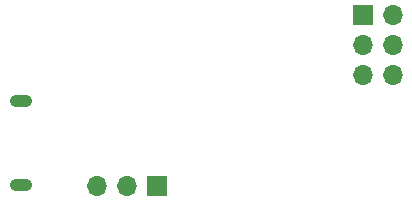
<source format=gbr>
%TF.GenerationSoftware,KiCad,Pcbnew,7.0.2*%
%TF.CreationDate,2023-06-02T20:19:36-04:00*%
%TF.ProjectId,Zaelio_USB_YHP,5a61656c-696f-45f5-9553-425f5948502e,rev?*%
%TF.SameCoordinates,Original*%
%TF.FileFunction,Soldermask,Bot*%
%TF.FilePolarity,Negative*%
%FSLAX46Y46*%
G04 Gerber Fmt 4.6, Leading zero omitted, Abs format (unit mm)*
G04 Created by KiCad (PCBNEW 7.0.2) date 2023-06-02 20:19:36*
%MOMM*%
%LPD*%
G01*
G04 APERTURE LIST*
%ADD10R,1.700000X1.700000*%
%ADD11O,1.700000X1.700000*%
%ADD12O,1.900000X1.050000*%
G04 APERTURE END LIST*
D10*
%TO.C,J1*%
X142790000Y-49595000D03*
D11*
X145330000Y-49595000D03*
X142790000Y-52135000D03*
X145330000Y-52135000D03*
X142790000Y-54675000D03*
X145330000Y-54675000D03*
%TD*%
D10*
%TO.C,J3*%
X125390000Y-64110000D03*
D11*
X122850000Y-64110000D03*
X120310000Y-64110000D03*
%TD*%
D12*
%TO.C,J2*%
X113880000Y-56870000D03*
X113880000Y-64020000D03*
%TD*%
M02*

</source>
